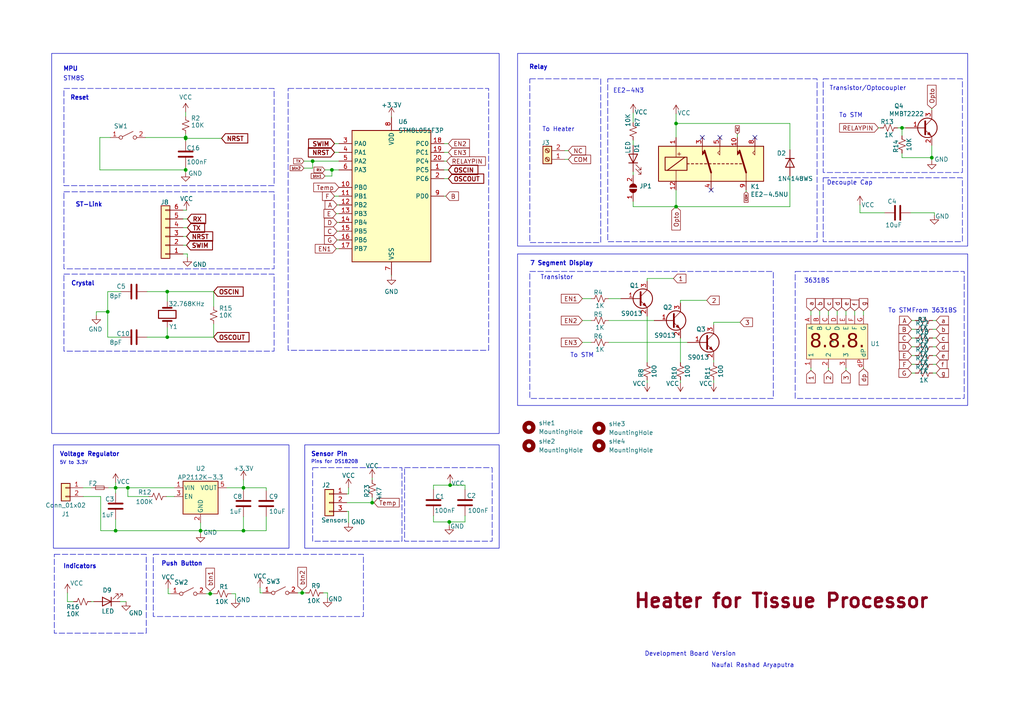
<source format=kicad_sch>
(kicad_sch (version 20230121) (generator eeschema)
  (paper "A4")
  (junction (at 33.528 141.478))
  (junction (at 130.302 151.384))
  (junction (at 196.088 59.944))
  (junction (at 130.556 140.716))
  (junction (at -92.456 76.708))
  (junction (at 48.514 97.79))
  (junction (at 107.95 145.796))
  (junction (at 53.848 49.276))
  (junction (at 96.266 49.276))
  (junction (at 31.242 90.424))
  (junction (at 196.088 35.814))
  (junction (at 48.514 84.582))
  (junction (at 53.848 40.132))
  (junction (at 53.848 39.878))
  (junction (at 87.63 171.958))
  (junction (at -88.138 79.248))
  (junction (at 261.62 37.084))
  (junction (at 270.256 45.72))
  (junction (at 90.678 46.736))
  (junction (at 70.612 153.924))
  (junction (at 33.528 153.924))
  (junction (at 58.166 153.924))
  (junction (at 37.084 141.478))
  (junction (at 70.612 141.478))
  (junction (at 60.96 172.212))
  (no_connect (at 208.788 39.878))
  (no_connect (at 203.708 39.878))
  (no_connect (at 206.248 55.118))
  (no_connect (at 218.948 39.878))
  (wire (pts (xy 27.94 90.424) (xy 31.242 90.424)))
  (wire (pts (xy 107.95 145.796) (xy 100.584 145.796)))
  (wire (pts (xy 168.91 86.614) (xy 171.45 86.614)))
  (wire (pts (xy 54.102 71.12) (xy 53.086 71.12)))
  (wire (pts (xy 176.53 92.964) (xy 189.738 92.964)))
  (wire (pts (xy 187.706 80.772) (xy 187.706 81.534)))
  (wire (pts (xy 216.408 55.626) (xy 216.408 55.118)))
  (wire (pts (xy 250.444 90.17) (xy 250.444 91.44)))
  (wire (pts (xy 270.51 108.204) (xy 271.526 108.204)))
  (wire (pts (xy 26.416 141.478) (xy 24.13 141.478)))
  (wire (pts (xy 270.51 100.584) (xy 271.526 100.584)))
  (wire (pts (xy 28.956 39.878) (xy 28.956 49.276)))
  (wire (pts (xy 271.018 61.722) (xy 264.16 61.722)))
  (wire (pts (xy 107.95 144.272) (xy 107.95 145.796)))
  (wire (pts (xy 27.178 174.498) (xy 26.416 174.498)))
  (wire (pts (xy 235.204 107.442) (xy 235.204 106.68)))
  (wire (pts (xy 229.108 59.944) (xy 229.108 51.054)))
  (wire (pts (xy 134.874 149.606) (xy 134.874 151.384)))
  (wire (pts (xy 97.028 41.656) (xy 98.298 41.656)))
  (wire (pts (xy 97.028 56.896) (xy 98.298 56.896)))
  (wire (pts (xy 270.256 31.496) (xy 270.256 32.004)))
  (wire (pts (xy 53.848 38.862) (xy 53.848 39.878)))
  (wire (pts (xy 87.63 171.958) (xy 88.646 171.958)))
  (wire (pts (xy 58.166 153.924) (xy 58.166 151.638)))
  (wire (pts (xy 164.846 46.228) (xy 163.83 46.228)))
  (wire (pts (xy 86.36 171.958) (xy 87.63 171.958)))
  (wire (pts (xy 125.73 151.384) (xy 130.302 151.384)))
  (wire (pts (xy 229.108 35.814) (xy 196.088 35.814)))
  (wire (pts (xy 48.514 94.996) (xy 48.514 97.79)))
  (wire (pts (xy 270.51 92.964) (xy 271.526 92.964)))
  (wire (pts (xy 264.414 95.504) (xy 265.43 95.504)))
  (wire (pts (xy 29.21 153.924) (xy 33.528 153.924)))
  (wire (pts (xy 37.084 144.018) (xy 37.084 141.478)))
  (wire (pts (xy 97.028 44.196) (xy 98.298 44.196)))
  (wire (pts (xy 77.216 141.478) (xy 77.216 142.24)))
  (wire (pts (xy 70.612 139.192) (xy 70.612 141.478)))
  (wire (pts (xy 33.528 139.954) (xy 33.528 141.478)))
  (wire (pts (xy 130.048 49.276) (xy 128.778 49.276)))
  (wire (pts (xy 96.266 51.054) (xy 96.266 49.276)))
  (wire (pts (xy 130.048 51.816) (xy 128.778 51.816)))
  (wire (pts (xy 90.678 48.768) (xy 90.678 46.736)))
  (wire (pts (xy 88.138 46.736) (xy 90.678 46.736)))
  (wire (pts (xy 28.956 49.276) (xy 53.848 49.276)))
  (wire (pts (xy 94.234 49.276) (xy 96.266 49.276)))
  (wire (pts (xy 54.356 74.676) (xy 54.356 73.66)))
  (wire (pts (xy 197.358 87.122) (xy 197.358 87.884)))
  (wire (pts (xy 29.21 144.018) (xy 29.21 153.924)))
  (wire (pts (xy 270.51 105.664) (xy 271.526 105.664)))
  (wire (pts (xy 97.79 59.436) (xy 98.298 59.436)))
  (wire (pts (xy 196.088 35.814) (xy 196.088 39.878)))
  (wire (pts (xy 77.216 153.924) (xy 70.612 153.924)))
  (wire (pts (xy 214.63 93.472) (xy 207.01 93.472)))
  (wire (pts (xy 264.414 98.044) (xy 265.43 98.044)))
  (wire (pts (xy 242.824 90.17) (xy 242.824 91.44)))
  (wire (pts (xy 58.166 154.686) (xy 58.166 153.924)))
  (wire (pts (xy 254.762 37.084) (xy 255.27 37.084)))
  (wire (pts (xy 260.35 37.084) (xy 261.62 37.084)))
  (wire (pts (xy 130.048 44.196) (xy 128.778 44.196)))
  (wire (pts (xy 96.266 49.276) (xy 98.298 49.276)))
  (wire (pts (xy 101.092 141.478) (xy 101.092 143.256)))
  (wire (pts (xy 125.73 140.716) (xy 125.73 141.986)))
  (wire (pts (xy 31.242 90.424) (xy 31.242 97.79)))
  (wire (pts (xy 183.642 58.42) (xy 183.642 59.944)))
  (wire (pts (xy 94.996 171.958) (xy 93.726 171.958)))
  (wire (pts (xy 33.528 150.622) (xy 33.528 153.924)))
  (wire (pts (xy 87.63 171.196) (xy 87.63 171.958)))
  (wire (pts (xy 183.642 49.784) (xy 183.642 50.8)))
  (wire (pts (xy 97.536 61.976) (xy 98.298 61.976)))
  (wire (pts (xy 264.414 100.584) (xy 265.43 100.584)))
  (wire (pts (xy 31.242 97.79) (xy 35.052 97.79)))
  (wire (pts (xy 35.052 84.582) (xy 31.242 84.582)))
  (wire (pts (xy 168.91 92.964) (xy 171.45 92.964)))
  (wire (pts (xy 48.26 144.018) (xy 50.546 144.018)))
  (wire (pts (xy 204.978 87.122) (xy 197.358 87.122)))
  (wire (pts (xy 54.356 66.04) (xy 53.086 66.04)))
  (wire (pts (xy 130.556 140.716) (xy 134.874 140.716)))
  (wire (pts (xy -94.742 76.708) (xy -92.456 76.708)))
  (wire (pts (xy 235.204 90.17) (xy 235.204 91.44)))
  (wire (pts (xy 213.868 38.862) (xy 213.868 39.878)))
  (wire (pts (xy 48.514 97.79) (xy 61.976 97.79)))
  (wire (pts (xy 70.612 153.924) (xy 58.166 153.924)))
  (wire (pts (xy 196.088 59.944) (xy 196.088 55.118)))
  (wire (pts (xy 75.438 171.958) (xy 76.2 171.958)))
  (wire (pts (xy 237.744 90.17) (xy 237.744 91.44)))
  (wire (pts (xy 176.53 86.614) (xy 180.086 86.614)))
  (wire (pts (xy 37.084 141.478) (xy 50.546 141.478)))
  (wire (pts (xy 75.438 170.434) (xy 75.438 171.958)))
  (wire (pts (xy 53.848 40.132) (xy 64.262 40.132)))
  (wire (pts (xy -92.456 76.708) (xy -87.376 76.708)))
  (wire (pts (xy 42.672 84.582) (xy 48.514 84.582)))
  (wire (pts (xy 94.234 51.054) (xy 96.266 51.054)))
  (wire (pts (xy 54.102 68.58) (xy 53.086 68.58)))
  (wire (pts (xy 207.01 93.472) (xy 207.01 94.234)))
  (wire (pts (xy 197.358 110.998) (xy 197.358 110.236)))
  (wire (pts (xy 196.088 33.02) (xy 196.088 35.814)))
  (wire (pts (xy 60.96 171.45) (xy 60.96 172.212)))
  (wire (pts (xy 113.538 80.01) (xy 113.538 79.756)))
  (wire (pts (xy 134.874 140.716) (xy 134.874 141.986)))
  (wire (pts (xy 19.558 174.498) (xy 21.336 174.498)))
  (wire (pts (xy 36.576 174.498) (xy 34.798 174.498)))
  (wire (pts (xy 195.326 80.772) (xy 187.706 80.772)))
  (wire (pts (xy 94.996 173.482) (xy 94.996 171.958)))
  (wire (pts (xy 48.768 172.212) (xy 49.53 172.212)))
  (wire (pts (xy 270.51 103.124) (xy 271.526 103.124)))
  (wire (pts (xy -88.138 81.026) (xy -88.138 79.248)))
  (wire (pts (xy 65.786 141.478) (xy 70.612 141.478)))
  (wire (pts (xy 264.414 105.664) (xy 265.43 105.664)))
  (wire (pts (xy 53.848 40.132) (xy 53.848 40.894)))
  (wire (pts (xy -89.662 81.026) (xy -88.138 81.026)))
  (wire (pts (xy -92.456 74.676) (xy -92.456 76.708)))
  (wire (pts (xy 107.95 138.684) (xy 107.95 139.192)))
  (wire (pts (xy -88.138 79.248) (xy -87.376 79.248)))
  (wire (pts (xy 113.538 33.782) (xy 113.538 34.036)))
  (wire (pts (xy 42.164 39.878) (xy 53.848 39.878)))
  (wire (pts (xy 183.642 32.766) (xy 183.642 35.56)))
  (wire (pts (xy 207.01 110.998) (xy 207.01 110.236)))
  (wire (pts (xy 53.848 40.132) (xy 53.848 39.878)))
  (wire (pts (xy 125.73 140.716) (xy 130.556 140.716)))
  (wire (pts (xy 54.356 73.66) (xy 53.086 73.66)))
  (wire (pts (xy 101.092 151.638) (xy 101.092 148.336)))
  (wire (pts (xy 270.51 98.044) (xy 271.526 98.044)))
  (wire (pts (xy 53.848 50.038) (xy 53.848 49.276)))
  (wire (pts (xy 33.528 153.924) (xy 58.166 153.924)))
  (wire (pts (xy 240.284 107.442) (xy 240.284 106.68)))
  (wire (pts (xy 130.302 151.384) (xy 130.302 152.4)))
  (wire (pts (xy 101.092 143.256) (xy 100.584 143.256)))
  (wire (pts (xy 27.94 91.44) (xy 27.94 90.424)))
  (wire (pts (xy 271.018 62.484) (xy 271.018 61.722)))
  (wire (pts (xy 88.138 48.768) (xy 90.678 48.768)))
  (wire (pts (xy 31.242 84.582) (xy 31.242 90.424)))
  (wire (pts (xy 129.286 56.896) (xy 128.778 56.896)))
  (wire (pts (xy 43.18 144.018) (xy 37.084 144.018)))
  (wire (pts (xy 261.62 37.084) (xy 262.636 37.084)))
  (wire (pts (xy 70.612 141.478) (xy 70.612 142.24)))
  (wire (pts (xy 48.514 97.79) (xy 42.672 97.79)))
  (wire (pts (xy 61.976 97.79) (xy 61.976 93.98)))
  (wire (pts (xy 19.558 171.958) (xy 19.558 174.498)))
  (wire (pts (xy 270.51 95.504) (xy 271.526 95.504)))
  (wire (pts (xy 48.768 170.688) (xy 48.768 172.212)))
  (wire (pts (xy 54.356 63.5) (xy 53.086 63.5)))
  (wire (pts (xy -94.742 74.676) (xy -92.456 74.676)))
  (wire (pts (xy 97.79 69.596) (xy 98.298 69.596)))
  (wire (pts (xy 53.848 32.512) (xy 53.848 33.782)))
  (wire (pts (xy 247.904 90.17) (xy 247.904 91.44)))
  (wire (pts (xy 77.216 149.86) (xy 77.216 153.924)))
  (wire (pts (xy 68.326 172.212) (xy 67.056 172.212)))
  (wire (pts (xy 61.976 88.9) (xy 61.976 84.582)))
  (wire (pts (xy 60.96 172.212) (xy 61.976 172.212)))
  (wire (pts (xy 53.848 49.276) (xy 53.848 48.514)))
  (wire (pts (xy 250.444 106.934) (xy 250.444 106.68)))
  (wire (pts (xy 229.108 43.434) (xy 229.108 35.814)))
  (wire (pts (xy -9.398 93.472) (xy -9.398 94.742)))
  (wire (pts (xy 24.13 144.018) (xy 29.21 144.018)))
  (wire (pts (xy 31.496 141.478) (xy 33.528 141.478)))
  (wire (pts (xy 70.612 149.86) (xy 70.612 153.924)))
  (wire (pts (xy 129.54 46.736) (xy 128.778 46.736)))
  (wire (pts (xy 108.458 145.796) (xy 107.95 145.796)))
  (wire (pts (xy 125.73 149.606) (xy 125.73 151.384)))
  (wire (pts (xy 196.088 59.944) (xy 183.642 59.944)))
  (wire (pts (xy 130.556 140.208) (xy 130.556 140.716)))
  (wire (pts (xy 97.536 72.136) (xy 98.298 72.136)))
  (wire (pts (xy 68.326 173.736) (xy 68.326 172.212)))
  (wire (pts (xy 196.088 59.944) (xy 229.108 59.944)))
  (wire (pts (xy 270.256 45.72) (xy 270.256 42.164)))
  (wire (pts (xy 264.414 108.204) (xy 265.43 108.204)))
  (wire (pts (xy 183.642 42.164) (xy 183.642 40.64)))
  (wire (pts (xy 264.414 103.124) (xy 265.43 103.124)))
  (wire (pts (xy 261.62 45.72) (xy 270.256 45.72)))
  (wire (pts (xy 176.53 99.314) (xy 199.39 99.314)))
  (wire (pts (xy 33.528 143.002) (xy 33.528 141.478)))
  (wire (pts (xy 187.706 91.694) (xy 187.706 105.156)))
  (wire (pts (xy 197.358 98.044) (xy 197.358 105.156)))
  (wire (pts (xy 53.086 60.96) (xy 54.102 60.96)))
  (wire (pts (xy 207.01 104.394) (xy 207.01 105.156)))
  (wire (pts (xy 61.976 84.582) (xy 48.514 84.582)))
  (wire (pts (xy 97.79 64.516) (xy 98.298 64.516)))
  (wire (pts (xy 249.428 59.436) (xy 249.428 61.722)))
  (wire (pts (xy 261.62 44.45) (xy 261.62 45.72)))
  (wire (pts (xy 90.678 46.736) (xy 98.298 46.736)))
  (wire (pts (xy 245.364 90.17) (xy 245.364 91.44)))
  (wire (pts (xy 101.092 148.336) (xy 100.584 148.336)))
  (wire (pts (xy 261.62 39.37) (xy 261.62 37.084)))
  (wire (pts (xy 245.364 107.442) (xy 245.364 106.68)))
  (wire (pts (xy 187.706 110.998) (xy 187.706 110.236)))
  (wire (pts (xy 240.284 90.17) (xy 240.284 91.44)))
  (wire (pts (xy 59.69 172.212) (xy 60.96 172.212)))
  (wire (pts (xy -89.662 79.248) (xy -88.138 79.248)))
  (wire (pts (xy 48.514 84.582) (xy 48.514 87.376)))
  (wire (pts (xy 168.91 99.314) (xy 171.45 99.314)))
  (wire (pts (xy 130.048 41.656) (xy 128.778 41.656)))
  (wire (pts (xy 270.256 45.72) (xy 270.256 46.482)))
  (wire (pts (xy 164.846 43.688) (xy 163.83 43.688)))
  (wire (pts (xy 264.414 92.964) (xy 265.43 92.964)))
  (wire (pts (xy 32.004 39.878) (xy 28.956 39.878)))
  (wire (pts (xy 33.528 141.478) (xy 37.084 141.478)))
  (wire (pts (xy 130.302 151.384) (xy 134.874 151.384)))
  (wire (pts (xy 97.79 67.056) (xy 98.298 67.056)))
  (wire (pts (xy 249.428 61.722) (xy 256.54 61.722)))
  (wire (pts (xy 70.612 141.478) (xy 77.216 141.478)))
  (rectangle (start 117.348 135.636) (end 142.748 156.972) (stroke (width 0) (type dash)))
  (rectangle (start 176.276 22.86) (end 236.982 70.104) (stroke (width 0) (type dash)))
  (rectangle (start 238.76 22.86) (end 279.146 50.038) (stroke (width 0) (type dash)))
  (rectangle (start 230.632 78.74) (end 279.654 115.57) (stroke (width 0) (type dash)))
  (rectangle (start 44.45 160.782) (end 105.41 178.816) (stroke (width 0) (type dash)))
  (rectangle (start 150.114 15.494) (end 280.67 71.374))
  (rectangle (start 90.678 135.636) (end 116.586 156.972) (stroke (width 0) (type dash)))
  (rectangle (start 18.542 79.502) (end 79.502 101.854) (stroke (width 0) (type dash)))
  (rectangle (start 153.67 22.86) (end 174.244 70.358) (stroke (width 0) (type dash)))
  (rectangle (start 150.114 73.66) (end 280.67 117.602))
  (rectangle (start 15.494 129.032) (end 83.82 159.004))
  (rectangle (start 18.542 25.654) (end 79.502 53.848) (stroke (width 0) (type dash)))
  (rectangle (start 15.748 160.782) (end 42.418 183.642) (stroke (width 0) (type dash)))
  (rectangle (start 88.392 129.032) (end 144.78 159.004))
  (rectangle (start 153.67 78.74) (end 224.282 115.57) (stroke (width 0) (type dash)))
  (rectangle (start 14.986 15.494) (end 144.78 125.73))
  (rectangle (start 18.542 55.626) (end 79.502 77.978) (stroke (width 0) (type dash)))
  (rectangle (start 83.566 25.654) (end 141.732 101.6) (stroke (width 0) (type dash)))
  (rectangle (start 238.76 51.562) (end 279.146 70.104) (stroke (width 0) (type dash)))
  (text "5V to 3.3V\n" (at 17.272 134.874 0) (effects (font (size 1 1)) (justify left bottom)))
  (text "Reset\n" (at 20.32 29.21 0) (effects (font (size 1.27 1.27) bold) (justify left bottom)))
  (text "To STM\n" (at 243.332 34.29 0) (effects (font (size 1.27 1.27)) (justify left bottom)))
  (text "Indicators\n" (at 18.288 165.1 0) (effects (font (size 1.27 1.27) bold) (justify left bottom)))
  (text "To Heater\n" (at 157.226 38.354 0) (effects (font (size 1.27 1.27)) (justify left bottom)))
  (text "Crystal\n" (at 20.574 83.058 0) (effects (font (size 1.27 1.27) bold) (justify left bottom)))
  (text "Sensor Pin" (at 90.17 132.588 0) (effects (font (size 1.27 1.27) bold) (justify left bottom)))
  (text "Development Board Version\n" (at 186.944 190.5 0) (effects (font (size 1.27 1.27)) (justify left bottom)))
  (text "To STM\n" (at 165.354 103.886 0) (effects (font (size 1.27 1.27)) (justify left bottom)))
  (text "7 Segment Display" (at 153.67 77.216 0) (effects (font (size 1.27 1.27) (thickness 0.254) bold) (justify left bottom)))
  (text "ST-Link\n" (at 21.844 60.198 0) (effects (font (size 1.27 1.27) bold) (justify left bottom)))
  (text "Naufal Rashad Aryaputra\n" (at 206.248 193.802 0) (effects (font (size 1.27 1.27)) (justify left bottom)))
  (text "EE2-4N3\n" (at 177.8 27.178 0) (effects (font (size 1.27 1.27)) (justify left bottom)))
  (text "To STM\n" (at 257.556 90.932 0) (effects (font (size 1.27 1.27)) (justify left bottom)))
  (text "Push Button\n" (at 46.736 164.338 0) (effects (font (size 1.27 1.27) (thickness 0.254) bold) (justify left bottom)))
  (text "Heater for Tissue Processor\n" (at 183.642 176.784 0) (effects (font (size 4 4) bold) (justify left bottom)))
  (text "Decouple Cap\n" (at 239.776 53.848 0) (effects (font (size 1.27 1.27)) (justify left bottom)))
  (text "Relay\n" (at 153.416 20.32 0) (effects (font (size 1.27 1.27) bold) (justify left bottom)))
  (text "Voltage Regulator\n" (at 17.272 132.588 0) (effects (font (size 1.27 1.27) bold) (justify left bottom)))
  (text "Transistor" (at 156.718 81.28 0) (effects (font (size 1.27 1.27)) (justify left bottom)))
  (text "STM8S\n" (at 18.288 23.622 0) (effects (font (size 1.27 1.27)) (justify left bottom)))
  (text "MPU\n" (at 18.288 20.828 0) (effects (font (size 1.27 1.27) (thickness 0.254) bold) (justify left bottom)))
  (text "From 3631BS\n" (at 264.414 90.932 0) (effects (font (size 1.27 1.27)) (justify left bottom)))
  (text "Transistor/Optocoupler\n" (at 240.538 26.416 0) (effects (font (size 1.27 1.27)) (justify left bottom)))
  (text "3631BS\n" (at 233.172 82.296 0) (effects (font (size 1.27 1.27)) (justify left bottom)))
  (text "Pins for DS1820B\n" (at 90.17 134.62 0) (effects (font (size 1 1)) (justify left bottom)))
  (global_label "C" (shape input) (at 264.414 98.044 180) (property "Intersheetrefs" "${INTERSHEET_REFS}" (effects hide)))
  (global_label "Opto" (shape input) (at 196.088 59.944 270) (property "Intersheetrefs" "${INTERSHEET_REFS}" (effects hide)))
  (global_label "COM" (shape input) (at 164.846 46.228 0) (property "Intersheetrefs" "${INTERSHEET_REFS}" (effects hide)))
  (global_label "OSCOUT" (shape input) (at -87.376 43.688 180) (effects (font bold)) (property "Intersheetrefs" "${INTERSHEET_REFS}" (effects hide)))
  (global_label "btn1" (shape input) (at 60.96 171.45 90) (property "Intersheetrefs" "${INTERSHEET_REFS}" (effects hide)))
  (global_label "EN3" (shape input) (at 168.91 99.314 180) (property "Intersheetrefs" "${INTERSHEET_REFS}" (effects hide)))
  (global_label "EN2" (shape input) (at 130.048 41.656 0) (property "Intersheetrefs" "${INTERSHEET_REFS}" (effects hide)))
  (global_label "e" (shape input) (at 271.526 103.124 0) (property "Intersheetrefs" "${INTERSHEET_REFS}" (effects hide)))
  (global_label "D" (shape input) (at 264.414 100.584 180) (property "Intersheetrefs" "${INTERSHEET_REFS}" (effects hide)))
  (global_label "btn1" (shape input) (at 94.234 51.054 180) (effects (font (size 0.762 0.762))) (property "Intersheetrefs" "${INTERSHEET_REFS}" (effects hide)))
  (global_label "RELAYPIN" (shape input) (at 254.762 37.084 180) (property "Intersheetrefs" "${INTERSHEET_REFS}" (effects hide)))
  (global_label "COM" (shape input) (at 216.408 55.626 270) (effects (font (size 0.6 0.6))) (property "Intersheetrefs" "${INTERSHEET_REFS}" (effects hide)))
  (global_label "Opto" (shape input) (at 270.256 31.496 90) (property "Intersheetrefs" "${INTERSHEET_REFS}" (effects hide)))
  (global_label "b" (shape input) (at 271.526 95.504 0) (property "Intersheetrefs" "${INTERSHEET_REFS}" (effects hide)))
  (global_label "btn2" (shape input) (at 87.63 171.196 90) (property "Intersheetrefs" "${INTERSHEET_REFS}" (effects hide)))
  (global_label "SWIM" (shape input) (at 97.028 41.656 180) (effects (font bold)) (property "Intersheetrefs" "${INTERSHEET_REFS}" (effects hide)))
  (global_label "EN1" (shape input) (at 168.91 86.614 180) (property "Intersheetrefs" "${INTERSHEET_REFS}" (effects hide)))
  (global_label "3" (shape input) (at 245.364 107.442 270) (property "Intersheetrefs" "${INTERSHEET_REFS}" (effects hide)))
  (global_label "A" (shape input) (at 264.414 92.964 180) (property "Intersheetrefs" "${INTERSHEET_REFS}" (effects hide)))
  (global_label "G" (shape input) (at 97.79 69.596 180) (property "Intersheetrefs" "${INTERSHEET_REFS}" (effects hide)))
  (global_label "E" (shape input) (at 264.414 103.124 180) (property "Intersheetrefs" "${INTERSHEET_REFS}" (effects hide)))
  (global_label "f" (shape input) (at 247.904 90.17 90) (property "Intersheetrefs" "${INTERSHEET_REFS}" (effects hide)))
  (global_label "OSCOUT" (shape input) (at 130.048 51.816 0) (effects (font bold)) (property "Intersheetrefs" "${INTERSHEET_REFS}" (effects hide)))
  (global_label "btn2" (shape input) (at 88.138 48.768 180) (effects (font (size 0.762 0.762))) (property "Intersheetrefs" "${INTERSHEET_REFS}" (effects hide)))
  (global_label "E" (shape input) (at 97.536 61.976 180) (property "Intersheetrefs" "${INTERSHEET_REFS}" (effects hide)))
  (global_label "OSCOUT" (shape input) (at 61.976 97.79 0) (effects (font bold)) (property "Intersheetrefs" "${INTERSHEET_REFS}" (effects hide)))
  (global_label "dp" (shape input) (at 250.444 106.934 270) (property "Intersheetrefs" "${INTERSHEET_REFS}" (effects hide)))
  (global_label "RX" (shape input) (at 94.234 49.276 180) (effects (font (size 0.762 0.762) bold)) (property "Intersheetrefs" "${INTERSHEET_REFS}" (effects hide)))
  (global_label "SWIM" (shape input) (at -87.376 66.548 180) (effects (font bold)) (property "Intersheetrefs" "${INTERSHEET_REFS}" (effects hide)))
  (global_label "B" (shape input) (at 264.414 95.504 180) (property "Intersheetrefs" "${INTERSHEET_REFS}" (effects hide)))
  (global_label "EN3" (shape input) (at 130.048 44.196 0) (property "Intersheetrefs" "${INTERSHEET_REFS}" (effects hide)))
  (global_label "SWIM" (shape input) (at 54.102 71.12 0) (effects (font bold)) (property "Intersheetrefs" "${INTERSHEET_REFS}" (effects hide)))
  (global_label "btn2" (shape input) (at -94.742 76.708 180) (effects (font (size 0.762 0.762))) (property "Intersheetrefs" "${INTERSHEET_REFS}" (effects hide)))
  (global_label "c" (shape input) (at 271.526 98.044 0) (property "Intersheetrefs" "${INTERSHEET_REFS}" (effects hide)))
  (global_label "NRST" (shape input) (at 97.028 44.196 180) (effects (font bold)) (property "Intersheetrefs" "${INTERSHEET_REFS}" (effects hide)))
  (global_label "e" (shape input) (at 245.364 90.17 90) (property "Intersheetrefs" "${INTERSHEET_REFS}" (effects hide)))
  (global_label "C" (shape input) (at 97.79 67.056 180) (property "Intersheetrefs" "${INTERSHEET_REFS}" (effects hide)))
  (global_label "2" (shape input) (at 204.978 87.122 0) (property "Intersheetrefs" "${INTERSHEET_REFS}" (effects hide)))
  (global_label "A" (shape input) (at 97.79 59.436 180) (property "Intersheetrefs" "${INTERSHEET_REFS}" (effects hide)))
  (global_label "btn1" (shape input) (at -89.662 81.026 180) (effects (font (size 0.762 0.762))) (property "Intersheetrefs" "${INTERSHEET_REFS}" (effects hide)))
  (global_label "1" (shape input) (at 235.204 107.442 270) (property "Intersheetrefs" "${INTERSHEET_REFS}" (effects hide)))
  (global_label "RX" (shape input) (at -89.662 79.248 180) (effects (font (size 0.762 0.762) bold)) (property "Intersheetrefs" "${INTERSHEET_REFS}" (effects hide)))
  (global_label "NRST" (shape input) (at 64.262 40.132 0) (effects (font bold)) (property "Intersheetrefs" "${INTERSHEET_REFS}" (effects hide)))
  (global_label "D" (shape input) (at 97.79 64.516 180) (property "Intersheetrefs" "${INTERSHEET_REFS}" (effects hide)))
  (global_label "3" (shape input) (at 214.63 93.472 0) (property "Intersheetrefs" "${INTERSHEET_REFS}" (effects hide)))
  (global_label "OSCIN" (shape input) (at -87.376 41.148 180) (effects (font bold)) (property "Intersheetrefs" "${INTERSHEET_REFS}" (effects hide)))
  (global_label "1" (shape input) (at 195.326 80.772 0) (property "Intersheetrefs" "${INTERSHEET_REFS}" (effects hide)))
  (global_label "NC" (shape input) (at 213.868 38.862 90) (effects (font (size 0.6 0.6))) (property "Intersheetrefs" "${INTERSHEET_REFS}" (effects hide)))
  (global_label "b" (shape input) (at 237.744 90.17 90) (property "Intersheetrefs" "${INTERSHEET_REFS}" (effects hide)))
  (global_label "NRST" (shape input) (at -87.376 38.608 180) (effects (font bold)) (property "Intersheetrefs" "${INTERSHEET_REFS}" (effects hide)))
  (global_label "TX" (shape input) (at 54.356 66.04 0) (effects (font bold)) (property "Intersheetrefs" "${INTERSHEET_REFS}" (effects hide)))
  (global_label "f" (shape input) (at 271.526 105.664 0) (property "Intersheetrefs" "${INTERSHEET_REFS}" (effects hide)))
  (global_label "Temp" (shape input) (at 98.298 54.356 180) (property "Intersheetrefs" "${INTERSHEET_REFS}" (effects hide)))
  (global_label "RX" (shape input) (at 54.356 63.5 0) (effects (font bold)) (property "Intersheetrefs" "${INTERSHEET_REFS}" (effects hide)))
  (global_label "F" (shape input) (at 264.414 105.664 180) (property "Intersheetrefs" "${INTERSHEET_REFS}" (effects hide)))
  (global_label "VCAP" (shape input) (at -9.398 85.852 90) (property "Intersheetrefs" "${INTERSHEET_REFS}" (effects hide)))
  (global_label "B" (shape input) (at 129.286 56.896 0) (property "Intersheetrefs" "${INTERSHEET_REFS}" (effects hide)))
  (global_label "a" (shape input) (at 235.204 90.17 90) (property "Intersheetrefs" "${INTERSHEET_REFS}" (effects hide)))
  (global_label "c" (shape input) (at 240.284 90.17 90) (property "Intersheetrefs" "${INTERSHEET_REFS}" (effects hide)))
  (global_label "OSCIN" (shape input) (at 130.048 49.276 0) (effects (font bold)) (property "Intersheetrefs" "${INTERSHEET_REFS}" (effects hide)))
  (global_label "d" (shape input) (at 242.824 90.17 90) (property "Intersheetrefs" "${INTERSHEET_REFS}" (effects hide)))
  (global_label "F" (shape input) (at 97.028 56.896 180) (property "Intersheetrefs" "${INTERSHEET_REFS}" (effects hide)))
  (global_label "EN1" (shape input) (at 97.536 72.136 180) (property "Intersheetrefs" "${INTERSHEET_REFS}" (effects hide)))
  (global_label "G" (shape input) (at 264.414 108.204 180) (property "Intersheetrefs" "${INTERSHEET_REFS}" (effects hide)))
  (global_label "d" (shape input) (at 271.526 100.584 0) (property "Intersheetrefs" "${INTERSHEET_REFS}" (effects hide)))
  (global_label "g" (shape input) (at 271.526 108.204 0) (property "Intersheetrefs" "${INTERSHEET_REFS}" (effects hide)))
  (global_label "a" (shape input) (at 271.526 92.964 0) (property "Intersheetrefs" "${INTERSHEET_REFS}" (effects hide)))
  (global_label "RELAYPIN" (shape input) (at 129.54 46.736 0) (property "Intersheetrefs" "${INTERSHEET_REFS}" (effects hide)))
  (global_label "Temp" (shape input) (at 108.458 145.796 0) (property "Intersheetrefs" "${INTERSHEET_REFS}" (effects hide)))
  (global_label "NC" (shape input) (at 164.846 43.688 0) (property "Intersheetrefs" "${INTERSHEET_REFS}" (effects hide)))
  (global_label "VCAP" (shape input) (at -21.336 48.768 0) (property "Intersheetrefs" "${INTERSHEET_REFS}" (effects hide)))
  (global_label "2" (shape input) (at 240.284 107.442 270) (property "Intersheetrefs" "${INTERSHEET_REFS}" (effects hide)))
  (global_label "EN2" (shape input) (at 168.91 92.964 180) (property "Intersheetrefs" "${INTERSHEET_REFS}" (effects hide)))
  (global_label "TX" (shape input) (at 88.138 46.736 180) (effects (font (size 0.762 0.762) bold)) (property "Intersheetrefs" "${INTERSHEET_REFS}" (effects hide)))
  (global_label "TX" (shape input) (at -94.742 74.676 180) (effects (font (size 0.762 0.762) bold)) (property "Intersheetrefs" "${INTERSHEET_REFS}" (effects hide)))
  (global_label "g" (shape input) (at 250.444 90.17 90) (property "Intersheetrefs" "${INTERSHEET_REFS}" (effects hide)))
  (global_label "NRST" (shape input) (at 54.102 68.58 0) (effects (font bold)) (property "Intersheetrefs" "${INTERSHEET_REFS}" (effects hide)))
  (global_label "OSCIN" (shape input) (at 61.976 84.582 0) (effects (font bold)) (property "Intersheetrefs" "${INTERSHEET_REFS}" (effects hide)))
  (symbol (lib_id "power:GND") (at 101.092 151.638 0) (unit 1)
    (property "Reference" "#PWR010" (effects hide))
    (property "Value" "GND" (at 103.886 151.384 0))
  )
  (symbol (lib_id "power:VCC") (at 197.358 110.998 180) (unit 1)
    (property "Reference" "#PWR04" (effects hide))
    (property "Value" "VCC" (at 195.072 111.252 0))
  )
  (symbol (lib_id "Device:LED") (at 183.642 45.974 90) (unit 1)
    (property "Reference" "D1" (at 184.658 41.656 0) (effects (justify right)))
    (property "Value" "LED" (at 182.118 40.894 0) (effects (justify right)))
    (property "Footprint" "LED_SMD:LED_0603_1608Metric_Pad1.05x0.95mm_HandSolder" (effects hide))
  )
  (symbol (lib_id "Switch:SW_SPST") (at 37.084 39.878 0) (unit 1)
    (property "Reference" "SW1" (at 35.052 36.576 0))
    (property "Value" "SW_SPST" (effects hide))
    (property "Footprint" "Button_Switch_THT:SW_PUSH_6mm_H5mm" (effects hide))
  )
  (symbol (lib_id "Connector_Generic:Conn_01x03") (at 95.504 145.796 0) (mirror y) (unit 1)
    (property "Reference" "J2" (at 95.758 140.716 0) (effects (justify left)))
    (property "Value" "Sensors" (at 100.838 150.876 0) (effects (justify left)))
    (property "Footprint" "Connector_JST:JST_XH_B3B-XH-A_1x03_P2.50mm_Vertical" (effects hide))
  )
  (symbol (lib_id "power:GND") (at -21.336 79.248 0) (unit 1)
    (property "Reference" "#PWR031" (effects hide))
    (property "Value" "GND" (at -21.336 83.82 0))
  )
  (symbol (lib_id "power:VCC") (at 187.706 110.998 180) (unit 1)
    (property "Reference" "#PWR014" (effects hide))
    (property "Value" "VCC" (at 185.42 111.252 0))
  )
  (symbol (lib_id "power:GND") (at 130.302 152.4 0) (unit 1)
    (property "Reference" "#PWR015" (effects hide))
    (property "Value" "GND" (at 132.588 152.654 0))
  )
  (symbol (lib_id "Device:R_Small_US") (at 267.97 105.664 270) (unit 1)
    (property "Reference" "R21" (at 267.462 103.886 90))
    (property "Value" "1K" (at 267.97 107.696 90))
    (property "Footprint" "Resistor_SMD:R_0603_1608Metric_Pad0.98x0.95mm_HandSolder" (effects hide))
  )
  (symbol (lib_id "Device:R_Small_US") (at 61.976 91.44 180) (unit 1)
    (property "Reference" "R15" (at 63.5 89.408 0) (effects (justify right)))
    (property "Value" "10K" (at 63.5 91.44 0) (effects (justify right)))
    (property "Footprint" "Resistor_SMD:R_0603_1608Metric_Pad0.98x0.95mm_HandSolder" (effects hide))
  )
  (symbol (lib_id "Mechanical:MountingHole") (at 173.736 129.286 0) (unit 1)
    (property "Reference" "sHe4" (at 176.53 128.0159 0) (effects (justify left)))
    (property "Value" "MountingHole" (at 176.53 130.5559 0) (effects (justify left)))
    (property "Footprint" "MountingHole:MountingHole_3mm_Pad_Via" (effects hide))
  )
  (symbol (lib_id "power:VCC") (at 249.428 59.436 0) (unit 1)
    (property "Reference" "#PWR022" (effects hide))
    (property "Value" "VCC" (at 251.714 59.436 0))
  )
  (symbol (lib_id "Device:R_Small_US") (at 187.706 107.696 0) (unit 1)
    (property "Reference" "R8" (at 185.928 108.204 90))
    (property "Value" "100" (at 189.738 107.696 90))
    (property "Footprint" "Resistor_SMD:R_0603_1608Metric_Pad0.98x0.95mm_HandSolder" (effects hide))
  )
  (symbol (lib_id "power:+3.3V") (at 113.538 33.782 0) (unit 1)
    (property "Reference" "#PWR05" (effects hide))
    (property "Value" "+3.3V" (at 113.538 30.48 0))
  )
  (symbol (lib_id "Device:R_Small_US") (at 107.95 141.732 180) (unit 1)
    (property "Reference" "R23" (at 106.426 140.462 90) (effects (justify left)))
    (property "Value" "4K7" (at 109.982 141.224 90) (effects (justify left)))
    (property "Footprint" "Resistor_SMD:R_0603_1608Metric_Pad0.98x0.95mm_HandSolder" (effects hide))
  )
  (symbol (lib_id "Device:LED") (at 30.988 174.498 180) (unit 1)
    (property "Reference" "D9" (at 29.718 171.196 0) (effects (justify right)))
    (property "Value" "LED" (at 29.464 177.292 0) (effects (justify right)))
    (property "Footprint" "LED_THT:LED_D3.0mm" (effects hide))
  )
  (symbol (lib_id "Connector_Generic:Conn_01x02") (at 19.05 141.478 0) (mirror y) (unit 1)
    (property "Reference" "J1" (at 19.05 149.098 0))
    (property "Value" "Conn_01x02" (at 19.05 146.558 0))
    (property "Footprint" "Connector_JST:JST_XH_B2B-XH-A_1x02_P2.50mm_Vertical" (effects hide))
  )
  (symbol (lib_id "Transistor_BJT:BC850") (at 194.818 92.964 0) (unit 1)
    (property "Reference" "Q2" (at 192.278 89.154 0) (effects (justify left)))
    (property "Value" "S9013" (at 189.738 97.282 0) (effects (justify left)))
    (property "Footprint" "Package_TO_SOT_SMD:SOT-23" (effects hide))
    (property "Datasheet" "http://www.infineon.com/dgdl/Infineon-BC847SERIES_BC848SERIES_BC849SERIES_BC850SERIES-DS-v01_01-en.pdf?fileId=db3a304314dca389011541d4630a1657" (effects hide))
  )
  (symbol (lib_id "Device:C") (at 38.862 97.79 270) (unit 1)
    (property "Reference" "C10" (at 33.782 96.774 90) (effects (justify left)))
    (property "Value" "8pF" (at 31.75 99.314 90) (effects (justify left)))
    (property "Footprint" "Capacitor_SMD:C_0603_1608Metric_Pad1.08x0.95mm_HandSolder" (effects hide))
  )
  (symbol (lib_id "Transistor_BJT:BC850") (at 204.47 99.314 0) (unit 1)
    (property "Reference" "Q3" (at 201.93 95.504 0) (effects (justify left)))
    (property "Value" "S9013" (at 199.39 103.632 0) (effects (justify left)))
    (property "Footprint" "Package_TO_SOT_SMD:SOT-23" (effects hide))
    (property "Datasheet" "http://www.infineon.com/dgdl/Infineon-BC847SERIES_BC848SERIES_BC849SERIES_BC850SERIES-DS-v01_01-en.pdf?fileId=db3a304314dca389011541d4630a1657" (effects hide))
  )
  (symbol (lib_id "Device:R_Small_US") (at 267.97 108.204 270) (unit 1)
    (property "Reference" "R22" (at 267.462 106.426 90))
    (property "Value" "1K" (at 267.97 110.236 90))
    (property "Footprint" "Resistor_SMD:R_0603_1608Metric_Pad0.98x0.95mm_HandSolder" (effects hide))
  )
  (symbol (lib_id "power:GND") (at 94.996 173.482 0) (unit 1)
    (property "Reference" "#PWR019" (effects hide))
    (property "Value" "GND" (at 97.282 173.736 0))
  )
  (symbol (lib_id "Device:R_Small_US") (at 53.848 36.322 180) (unit 1)
    (property "Reference" "R2" (at 55.372 34.29 0) (effects (justify right)))
    (property "Value" "10K" (at 55.372 36.322 0) (effects (justify right)))
    (property "Footprint" "Resistor_SMD:R_0603_1608Metric_Pad0.98x0.95mm_HandSolder" (effects hide))
  )
  (symbol (lib_id "Device:R_Small_US") (at 173.99 86.614 270) (unit 1)
    (property "Reference" "R4" (at 173.482 84.836 90))
    (property "Value" "1K" (at 173.99 88.646 90))
    (property "Footprint" "Resistor_SMD:R_0603_1608Metric_Pad0.98x0.95mm_HandSolder" (effects hide))
  )
  (symbol (lib_id "Device:C") (at 70.612 146.05 0) (unit 1)
    (property "Reference" "C8" (at 67.564 144.018 0) (effects (justify left)))
    (property "Value" "1uF" (at 66.548 148.336 0) (effects (justify left)))
    (property "Footprint" "Capacitor_SMD:C_0603_1608Metric_Pad1.08x0.95mm_HandSolder" (effects hide))
  )
  (symbol (lib_id "Device:Crystal") (at 48.514 91.186 90) (unit 1)
    (property "Reference" "Y1" (at 50.292 94.742 90))
    (property "Value" "32.768KHz" (at 54.102 88.138 90))
    (property "Footprint" "Crystal:Crystal_SMD_SeikoEpson_MC306-4Pin_8.0x3.2mm" (effects hide))
  )
  (symbol (lib_id "Device:R_Small_US") (at 267.97 98.044 270) (unit 1)
    (property "Reference" "R18" (at 267.462 96.266 90))
    (property "Value" "1K" (at 267.97 100.076 90))
    (property "Footprint" "Resistor_SMD:R_0603_1608Metric_Pad0.98x0.95mm_HandSolder" (effects hide))
  )
  (symbol (lib_id "Jumper:SolderJumper_2_Open") (at 183.642 54.61 90) (unit 1)
    (property "Reference" "JP1" (at 185.42 53.975 90) (effects (justify right)))
    (property "Value" "SolderJumper_2_Open" (effects hide))
    (property "Footprint" "Jumper:SolderJumper-2_P1.3mm_Open_TrianglePad1.0x1.5mm" (effects hide))
  )
  (symbol (lib_id "power:VCC") (at 33.528 139.954 0) (unit 1)
    (property "Reference" "#PWR021" (effects hide))
    (property "Value" "VCC" (at 35.814 139.7 0))
  )
  (symbol (lib_id "power:+3.3V") (at 70.612 139.192 0) (unit 1)
    (property "Reference" "#PWR024" (effects hide))
    (property "Value" "+3.3V" (at 70.612 135.89 0))
  )
  (symbol (lib_id "Device:R_Small_US") (at 64.516 172.212 270) (unit 1)
    (property "Reference" "R1" (at 66.294 170.18 90) (effects (justify right)))
    (property "Value" "10K" (at 66.294 174.498 90) (effects (justify right)))
    (property "Footprint" "Resistor_SMD:R_0603_1608Metric_Pad0.98x0.95mm_HandSolder" (effects hide))
  )
  (symbol (lib_id "Switch:SW_SPST") (at 54.61 172.212 0) (unit 1)
    (property "Reference" "SW2" (at 52.578 168.91 0))
    (property "Value" "SW_SPST" (effects hide))
    (property "Footprint" "Button_Switch_THT:SW_PUSH_6mm_H13mm" (effects hide))
  )
  (symbol (lib_id "power:GND") (at 53.848 50.038 0) (unit 1)
    (property "Reference" "#PWR029" (effects hide))
    (property "Value" "GND" (at 56.642 50.292 0))
  )
  (symbol (lib_id "power:VCC") (at 54.102 60.96 0) (unit 1)
    (property "Reference" "#PWR02" (effects hide))
    (property "Value" "VCC" (at 54.102 57.658 0))
  )
  (symbol (lib_id "Device:R_Small_US") (at 267.97 103.124 270) (unit 1)
    (property "Reference" "R20" (at 267.462 101.346 90))
    (property "Value" "1K" (at 267.97 105.156 90))
    (property "Footprint" "Resistor_SMD:R_0603_1608Metric_Pad0.98x0.95mm_HandSolder" (effects hide))
  )
  (symbol (lib_id "Device:R_Small_US") (at 267.97 95.504 270) (unit 1)
    (property "Reference" "R17" (at 267.462 93.726 90))
    (property "Value" "1K" (at 267.97 97.536 90))
    (property "Footprint" "Resistor_SMD:R_0603_1608Metric_Pad0.98x0.95mm_HandSolder" (effects hide))
  )
  (symbol (lib_id "power:GND") (at 270.256 46.482 0) (unit 1)
    (property "Reference" "#PWR026" (effects hide))
    (property "Value" "GND" (at 273.05 46.228 0))
  )
  (symbol (lib_id "Device:R_Small_US") (at 257.81 37.084 270) (unit 1)
    (property "Reference" "R13" (at 257.302 35.306 90))
    (property "Value" "1K" (at 257.81 39.116 90))
    (property "Footprint" "Resistor_SMD:R_0603_1608Metric_Pad0.98x0.95mm_HandSolder" (effects hide))
  )
  (symbol (lib_id "power:GND") (at 27.94 91.44 0) (unit 1)
    (property "Reference" "#PWR08" (effects hide))
    (property "Value" "GND" (at 27.686 95.504 0))
  )
  (symbol (lib_id "Device:Fuse_Small") (at 28.956 141.478 0) (unit 1)
    (property "Reference" "F2" (at 26.924 140.208 0))
    (property "Value" "Fuse_Small" (effects hide))
    (property "Footprint" "Fuse:Fuse_1812_4532Metric_Pad1.30x3.40mm_HandSolder" (effects hide))
  )
  (symbol (lib_id "Device:R_Small_US") (at 183.642 38.1 0) (unit 1)
    (property "Reference" "R7" (at 184.912 36.83 90) (effects (justify left)))
    (property "Value" "10K" (at 182.118 36.83 90) (effects (justify left)))
    (property "Footprint" "Resistor_SMD:R_0603_1608Metric_Pad0.98x0.95mm_HandSolder" (effects hide))
  )
  (symbol (lib_id "power:VCC") (at 183.642 32.766 0) (unit 1)
    (property "Reference" "#PWR013" (effects hide))
    (property "Value" "VCC" (at 185.928 32.512 0))
  )
  (symbol (lib_id "power:GND") (at 68.326 173.736 0) (unit 1)
    (property "Reference" "#PWR011" (effects hide))
    (property "Value" "GND" (at 70.612 173.99 0))
  )
  (symbol (lib_id "Switch:SW_SPST") (at 81.28 171.958 0) (unit 1)
    (property "Reference" "SW3" (at 79.248 168.656 0))
    (property "Value" "SW_SPST" (effects hide))
    (property "Footprint" "Button_Switch_THT:SW_PUSH_6mm_H13mm" (effects hide))
  )
  (symbol (lib_id "power:VCC") (at 196.088 33.02 0) (unit 1)
    (property "Reference" "#PWR017" (effects hide))
    (property "Value" "VCC" (at 198.374 32.766 0))
  )
  (symbol (lib_id "power:GND") (at 58.166 154.686 0) (unit 1)
    (property "Reference" "#PWR023" (effects hide))
    (property "Value" "GND" (at 60.96 154.432 0))
  )
  (symbol (lib_id "power:VCC") (at 75.438 170.434 0) (unit 1)
    (property "Reference" "#PWR012" (effects hide))
    (property "Value" "VCC" (at 75.438 167.132 0))
  )
  (symbol (lib_id "STM8S103F3P6:STM8S103F3P6") (at -54.356 56.388 0) (unit 1)
    (property "Reference" "U3" (at -54.356 31.75 0))
    (property "Value" "STM8S103F3P6" (at -54.356 34.29 0))
    (property "Footprint" "STM8S103F3P6:SOP65P640X120-20N" (effects hide))
    (property "MANUFACTURER" "ST Microelectronics" (effects hide))
  )
  (symbol (lib_id "Diode:1N4148WS") (at 229.108 47.244 270) (unit 1)
    (property "Reference" "D2" (at 225.298 44.45 90) (effects (justify left)))
    (property "Value" "1N4148WS" (at 225.552 51.816 90) (effects (justify left)))
    (property "Footprint" "Diode_SMD:D_SOD-323" (effects hide))
    (property "Datasheet" "https://www.vishay.com/docs/85751/1n4148ws.pdf" (effects hide))
    (property "Sim.Device" "D" (effects hide))
    (property "Sim.Pins" "1=K 2=A" (effects hide))
  )
  (symbol (lib_id "power:VCC") (at 101.092 141.478 0) (unit 1)
    (property "Reference" "#PWR09" (effects hide))
    (property "Value" "VCC" (at 101.092 137.922 0))
  )
  (symbol (lib_id "Device:R_Small_US") (at 173.99 92.964 270) (unit 1)
    (property "Reference" "R5" (at 173.482 91.186 90))
    (property "Value" "1K" (at 173.99 94.996 90))
    (property "Footprint" "Resistor_SMD:R_0603_1608Metric_Pad0.98x0.95mm_HandSolder" (effects hide))
  )
  (symbol (lib_id "Mechanical:MountingHole") (at 153.416 129.286 0) (unit 1)
    (property "Reference" "sHe2" (at 156.21 128.0159 0) (effects (justify left)))
    (property "Value" "MountingHole" (at 156.21 130.5559 0) (effects (justify left)))
    (property "Footprint" "MountingHole:MountingHole_3mm_Pad_Via" (effects hide))
  )
  (symbol (lib_id "Device:R_Small_US") (at 197.358 107.696 0) (unit 1)
    (property "Reference" "R10" (at 195.58 108.204 90))
    (property "Value" "100" (at 199.39 107.696 90))
    (property "Footprint" "Resistor_SMD:R_0603_1608Metric_Pad0.98x0.95mm_HandSolder" (effects hide))
  )
  (symbol (lib_id "Connector:Screw_Terminal_01x02") (at 158.75 46.228 180) (unit 1)
    (property "Reference" "J3" (at 158.242 41.402 0))
    (property "Value" "Screw_Terminal_01x02" (effects hide))
    (property "Footprint" "TerminalBlock_Phoenix:TerminalBlock_Phoenix_MKDS-1,5-2-5.08_1x02_P5.08mm_Horizontal" (effects hide))
  )
  (symbol (lib_id "Relay:EE2-4.5NU") (at 206.248 47.498 0) (unit 1)
    (property "Reference" "K1" (at 217.678 54.102 0) (effects (justify left)))
    (property "Value" "EE2-4.5NU" (at 217.678 56.388 0) (effects (justify left)))
    (property "Footprint" "Relay_SMD:Relay_DPDT_Kemet_EE2_NU" (effects hide))
    (property "Datasheet" "https://content.kemet.com/datasheets/KEM_R7002_EC2_EE2.pdf" (effects hide))
  )
  (symbol (lib_id "power:VCC") (at 130.556 140.208 0) (unit 1)
    (property "Reference" "#PWR016" (effects hide))
    (property "Value" "VCC" (at 132.842 140.208 0))
  )
  (symbol (lib_id "Transistor_BJT:MMBT3904") (at 267.716 37.084 0) (unit 1)
    (property "Reference" "Q4" (at 259.334 30.734 0) (effects (justify left)))
    (property "Value" "MMBT2222" (at 257.81 33.02 0) (effects (justify left)))
    (property "Footprint" "Package_TO_SOT_SMD:SOT-23" (effects hide))
    (property "Datasheet" "https://www.onsemi.com/pub/Collateral/2N3903-D.PDF" (effects hide))
  )
  (symbol (lib_id "power:VCC") (at 107.95 138.684 0) (unit 1)
    (property "Reference" "#PWR06" (effects hide))
    (property "Value" "VCC" (at 107.95 135.128 0))
  )
  (symbol (lib_id "Device:R_Small_US") (at 23.876 174.498 90) (unit 1)
    (property "Reference" "R16" (at 23.114 176.022 90) (effects (justify left)))
    (property "Value" "10K" (at 23.114 178.054 90) (effects (justify left)))
    (property "Footprint" "Resistor_SMD:R_0603_1608Metric_Pad0.98x0.95mm_HandSolder" (effects hide))
  )
  (symbol (lib_id "Device:C") (at 33.528 146.812 0) (unit 1)
    (property "Reference" "C3" (at 30.48 144.78 0) (effects (justify left)))
    (property "Value" "1uF" (at 29.464 149.352 0) (effects (justify left)))
    (property "Footprint" "Capacitor_SMD:C_0603_1608Metric_Pad1.08x0.95mm_HandSolder" (effects hide))
  )
  (symbol (lib_id "Mechanical:MountingHole") (at 153.416 123.952 0) (unit 1)
    (property "Reference" "sHe1" (at 156.21 122.6819 0) (effects (justify left)))
    (property "Value" "MountingHole" (at 156.21 125.2219 0) (effects (justify left)))
    (property "Footprint" "MountingHole:MountingHole_3mm_Pad_Via" (effects hide))
  )
  (symbol (lib_id "power:VCC") (at 48.768 170.688 0) (unit 1)
    (property "Reference" "#PWR07" (effects hide))
    (property "Value" "VCC" (at 48.768 167.386 0))
  )
  (symbol (lib_id "Device:C") (at 125.73 145.796 0) (unit 1)
    (property "Reference" "C1" (at 126.238 144.018 0) (effects (justify left)))
    (property "Value" "100nF" (at 125.984 148.082 0) (effects (justify left)))
    (property "Footprint" "Capacitor_SMD:C_0603_1608Metric_Pad1.08x0.95mm_HandSolder" (effects hide))
  )
  (symbol (lib_id "power:GND") (at 271.018 62.484 0) (unit 1)
    (property "Reference" "#PWR027" (effects hide))
    (property "Value" "GND" (at 273.304 62.738 0))
  )
  (symbol (lib_id "Device:C") (at 53.848 44.704 0) (unit 1)
    (property "Reference" "C16" (at 54.102 42.926 0) (effects (justify left)))
    (property "Value" "100nF" (at 54.102 46.99 0) (effects (justify left)))
    (property "Footprint" "Capacitor_SMD:C_0603_1608Metric_Pad1.08x0.95mm_HandSolder" (effects hide))
  )
  (symbol (lib_id "Transistor_BJT:BC850") (at 185.166 86.614 0) (unit 1)
    (property "Reference" "Q1" (at 182.626 82.804 0) (effects (justify left)))
    (property "Value" "S9013" (at 180.086 90.932 0) (effects (justify left)))
    (property "Footprint" "Package_TO_SOT_SMD:SOT-23" (effects hide))
    (property "Datasheet" "http://www.infineon.com/dgdl/Infineon-BC847SERIES_BC848SERIES_BC849SERIES_BC850SERIES-DS-v01_01-en.pdf?fileId=db3a304314dca389011541d4630a1657" (effects hide))
  )
  (symbol (lib_id "power:+3.3V") (at -21.336 38.608 0) (unit 1)
    (property "Reference" "#PWR030" (effects hide))
    (property "Value" "+3.3V" (at -21.336 35.306 0))
  )
  (symbol (lib_id "Device:R_Small_US") (at 267.97 92.964 270) (unit 1)
    (property "Reference" "R3" (at 267.462 92.71 90))
    (property "Value" "1K" (at 267.97 94.996 90))
    (property "Footprint" "Resistor_SMD:R_0603_1608Metric_Pad0.98x0.95mm_HandSolder" (effects hide))
  )
  (symbol (lib_id "Device:C") (at 77.216 146.05 0) (unit 1)
    (property "Reference" "C9" (at 77.978 144.018 0) (effects (justify left)))
    (property "Value" "10uF" (at 77.978 148.336 0) (effects (justify left)))
    (property "Footprint" "Capacitor_SMD:C_0603_1608Metric_Pad1.08x0.95mm_HandSolder" (effects hide))
  )
  (symbol (lib_id "Regulator_Linear:AP2112K-3.3") (at 58.166 144.018 0) (unit 1)
    (property "Reference" "U2" (at 58.166 135.89 0))
    (property "Value" "AP2112K-3.3" (at 58.166 138.43 0))
    (property "Footprint" "Package_TO_SOT_SMD:SOT-23-5" (effects hide))
    (property "Datasheet" "https://www.diodes.com/assets/Datasheets/AP2112.pdf" (effects hide))
  )
  (symbol (lib_id "Connector_Generic:Conn_01x06") (at 48.006 68.58 180) (unit 1)
    (property "Reference" "J8" (at 47.752 58.674 0))
    (property "Value" "Conn_01x06" (effects hide))
    (property "Footprint" "Connector_PinHeader_2.54mm:PinHeader_1x06_P2.54mm_Vertical" (effects hide))
  )
  (symbol (lib_id "Device:C") (at 134.874 145.796 0) (unit 1)
    (property "Reference" "C2" (at 135.382 143.764 0) (effects (justify left)))
    (property "Value" "100nF" (at 135.636 148.082 0) (effects (justify left)))
    (property "Footprint" "Capacitor_SMD:C_0603_1608Metric_Pad1.08x0.95mm_HandSolder" (effects hide))
  )
  (symbol (lib_id "power:VCC") (at 207.01 110.998 180) (unit 1)
    (property "Reference" "#PWR03" (effects hide))
    (property "Value" "VCC" (at 204.724 111.252 0))
  )
  (symbol (lib_id "Device:C") (at 260.35 61.722 90) (unit 1)
    (property "Reference" "C4" (at 260.096 58.42 90) (effects (justify left)))
    (property "Value" "10uF" (at 261.62 65.278 90) (effects (justify left)))
    (property "Footprint" "Capacitor_SMD:C_0603_1608Metric_Pad1.08x0.95mm_HandSolder" (effects hide))
  )
  (symbol (lib_id "Mechanical:MountingHole") (at 173.736 124.206 0) (unit 1)
    (property "Reference" "sHe3" (at 176.53 122.9359 0) (effects (justify left)))
    (property "Value" "MountingHole" (at 176.53 125.4759 0) (effects (justify left)))
    (property "Footprint" "MountingHole:MountingHole_3mm_Pad_Via" (effects hide))
  )
  (symbol (lib_id "power:VCC") (at 53.848 32.512 0) (unit 1)
    (property "Reference" "#PWR028" (effects hide))
    (property "Value" "VCC" (at 53.848 28.194 0))
  )
  (symbol (lib_id "power:GND") (at -9.398 94.742 0) (unit 1)
    (property "Reference" "#PWR032" (effects hide))
    (property "Value" "GND" (at -9.398 99.314 0))
  )
  (symbol (lib_id "Device:C") (at -9.398 89.662 0) (unit 1)
    (property "Reference" "C6" (at -10.922 94.742 90) (effects (justify left)))
    (property "Value" "8pF" (at -8.128 96.774 90) (effects (justify left)))
    (property "Footprint" "Capacitor_SMD:C_0603_1608Metric_Pad1.08x0.95mm_HandSolder" (effects hide))
  )
  (symbol (lib_id "Device:R_Small_US") (at 91.186 171.958 270) (unit 1)
    (property "Reference" "R9" (at 92.964 169.926 90) (effects (justify right)))
    (property "Value" "10K" (at 92.964 174.244 90) (effects (justify right)))
    (property "Footprint" "Resistor_SMD:R_0603_1608Metric_Pad0.98x0.95mm_HandSolder" (effects hide))
  )
  (symbol (lib_id "power:GND") (at 113.538 80.01 0) (unit 1)
    (property "Reference" "#PWR025" (effects hide))
    (property "Value" "GND" (at 113.538 84.582 0))
  )
  (symbol (lib_id "Device:R_Small_US") (at 207.01 107.696 0) (unit 1)
    (property "Reference" "R11" (at 205.232 108.204 90))
    (property "Value" "100" (at 209.042 107.696 90))
    (property "Footprint" "Resistor_SMD:R_0603_1608Metric_Pad0.98x0.95mm_HandSolder" (effects hide))
  )
  (symbol (lib_id "power:GND") (at 54.356 74.676 0) (unit 1)
    (property "Reference" "#PWR01" (effects hide))
    (property "Value" "GND" (at 57.912 76.708 0))
  )
  (symbol (lib_name "3631BS_7_Segment_1") (lib_id "3631BS 7Segment 3Digit:3631BS_7_Segment") (at 241.554 100.33 0) (unit 1)
    (property "Reference" "U1" (at 252.476 99.695 0) (effects (justify left)))
    (property "Value" "~" (at 241.554 99.06 0))
    (property "Footprint" "3631BS:3631BS 7Segment 3Digit" (effects hide))
    (property "Datasheet" "http://www.xlitx.com/Products/7-segment-led-dot-matrix/3631bs.html" (effects hide))
  )
  (symbol (lib_id "Device:R_Small_US") (at 261.62 41.91 0) (unit 1)
    (property "Reference" "R14" (at 259.842 42.418 90))
    (property "Value" "10K" (at 263.652 41.91 90))
    (property "Footprint" "Resistor_SMD:R_0603_1608Metric_Pad0.98x0.95mm_HandSolder" (effects hide))
  )
  (symbol (lib_id "Device:R_Small_US") (at 45.72 144.018 90) (unit 1)
    (property "Reference" "R12" (at 43.942 142.748 90) (effects (justify left)))
    (property "Value" "100K" (at 44.45 145.542 90) (effects (justify left)))
    (property "Footprint" "Resistor_SMD:R_0603_1608Metric_Pad0.98x0.95mm_HandSolder" (effects hide))
  )
  (symbol (lib_id "Device:C") (at 38.862 84.582 270) (unit 1)
    (property "Reference" "C5" (at 33.782 83.058 90) (effects (justify left)))
    (property "Value" "8pF" (at 31.75 85.852 90) (effects (justify left)))
    (property "Footprint" "Capacitor_SMD:C_0603_1608Metric_Pad1.08x0.95mm_HandSolder" (effects hide))
  )
  (symbol (lib_id "power:VCC") (at 19.558 171.958 0) (unit 1)
    (property "Reference" "#PWR036" (effects hide))
    (property "Value" "VCC" (at 20.32 169.164 0) (effects (justify left)))
  )
  (symbol (lib_id "Device:R_Small_US") (at 173.99 99.314 270) (unit 1)
    (property "Reference" "R6" (at 173.482 97.536 90))
    (property "Value" "1K" (at 173.99 101.346 90))
    (property "Footprint" "Resistor_SMD:R_0603_1608Metric_Pad0.98x0.95mm_HandSolder" (effects hide))
  )
  (symbol (lib_id "MCU_ST_STM8:STM8L051F3P") (at 113.538 56.896 0) (unit 1)
    (property "Reference" "U6" (at 115.4939 35.306 0) (effects (justify left)))
    (property "Value" "STM8L051F3P" (at 115.4939 37.846 0) (effects (justify left)))
    (property "Footprint" "Package_SO:TSSOP-20_4.4x6.5mm_P0.65mm" (effects hide))
    (property "Datasheet" "http://www.st.com/st-web-ui/static/active/en/resource/technical/document/datasheet/DM00060484.pdf" (effects hide))
  )
  (symbol (lib_id "Device:R_Small_US") (at 267.97 100.584 270) (unit 1)
    (property "Reference" "R19" (at 267.462 98.806 90))
    (property "Value" "1K" (at 267.97 102.616 90))
    (property "Footprint" "Resistor_SMD:R_0603_1608Metric_Pad0.98x0.95mm_HandSolder" (effects hide))
  )
  (symbol (lib_id "power:GND") (at 36.576 174.498 0) (unit 1)
    (property "Reference" "#PWR037" (effects hide))
    (property "Value" "GND" (at 37.338 177.8 0) (effects (justify left)))
  )
)
</source>
